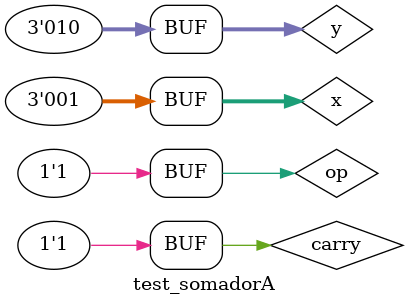
<source format=v>


// ------------------------- 
// nbit adder 
// ------------------------- 
module FullAdder(s, c_out, x, y, c_in);
  output s, c_out;
  input x, y, c_in;
  wire a, b, c;
// descrever por portas 
  xor (a, x, y);
  xor (s, a, c_in);   
  and (b, x, y);
  and (c, a, c_in);
  or (c_out, c, b);
endmodule //FullAdder

// ------------------------- 
// somador algebrico
// ------------------------- 
module somadorA(s, c_out, x, y, c_in);
  output [2:0] s;
  output c_out;
  input  [2:0] x, y;
  input c_in;
  wire c1, c2, z1, z2, z3, z4;
  // descrever por portas 
  xor (z1, y[0] , c_in);
  xor (z2, y[1] , c_in);
  xor (z3, y[2] , c_in);
  FullAdder FA0(s[0], c1, x[0], z1, c_in);
  FullAdder FA1(s[1], c2, x[1], z2, c1);
  FullAdder FA2(s[2], z4, x[2], z3, c2);
  xor (c_out, z4 , c_in);
endmodule //somadorA

// ------------------------- 
// equals0
// ------------------------- 
module equals0(s, x);
  output s;
  input [2:0] x;
  wire s1,s2,s3;
  
  // descrever por portas
  nor (s1, x[0], 0);
  nor (s2, x[1], 0);
  nor (s3, x[2], 0);
  assign s = (s1 & s2 & s3);
  
endmodule // equals0

// ------------------------- 
// plus/minus 1
// ------------------------- 
module plusMinus1(s, x, op);
  output [2:0]s;
  input [2:0] x;
  input op;
  wire c_out;
  
  // descrever por portas
  somadorA somador(s, c_out, x, 001, op); // -- c_in = 0 para operaçao de soma x + 0001
 
endmodule // plusMinus1


module test_somadorA; 
// ------------------------- definir dados 
reg [2:0] x; 
reg [2:0] y; 
reg carry, op; 
wire [2:0] soma;
wire c_out, e0;
wire [2:0] x1; 


plusMinus1 minus(x1,x,op);
somadorA somador(soma, c_out, x1, y, carry);
equals0 equals(e0, soma);
// ------------------------- parte principal 
  initial
  begin
  $display("Exemplo0032 - Gabriel Benjamim de Carvalho - 396690"); 
  $display("Test Somador Algebrico - Plus/Minus Selecionavel"); 
  // projetar testes do somador complete 
  $monitor($time," x= %b x+/-1=%b  y=%b op= %b (op = 0 x+1 / op = 1 x-1)///  soma= %b /// equals 0 = %b (caso 1 verdadeiro caso 0 falso)\n", x, x1, y, op,soma,e0);
  end
  
  // Entradas
  initial
  begin
  $display("		Soma");
  x = 3'd2;y = 3'd4; carry =  1'b0;op=0;


  #5 x = 3'd2;y = 3'd3;
  #5 x = 3'd3;y = 3'd2;
  #5 x = 3'd1;y = 3'd2;op=1;
  #5 x = 3'd2;y = 3'd3;
  #5 x = 3'd3;y = 3'd1;
  
  
   #5 x = 3'd2;y = 3'd4;carry = 1'b1;op=0;
	$display("		Subtraction");
  #5 x = 3'd1;y = 3'd3;
  #5 x = 3'd2;y = 3'd2;op=1;
  #5 x = 3'd0;y = 3'd3;
  #5 x = 3'd1;y = 3'd2;


  end
endmodule // test_fullAdder 
</source>
